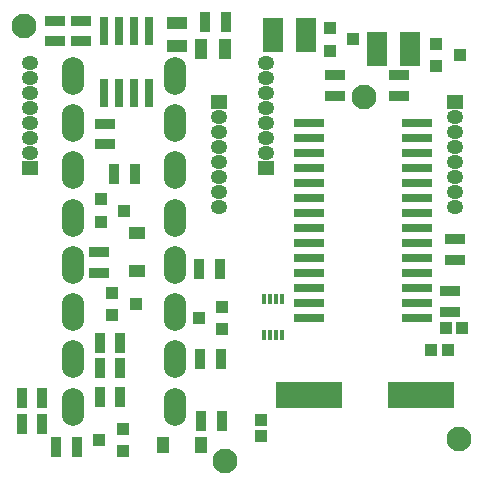
<source format=gbs>
%FSLAX24Y24*%
%MOIN*%
G70*
G01*
G75*
G04 Layer_Color=16711935*
%ADD10C,0.0098*%
%ADD11R,0.0299X0.0945*%
%ADD12R,0.0315X0.0354*%
%ADD13R,0.0354X0.0315*%
%ADD14R,0.0276X0.0394*%
%ADD15R,0.0236X0.0886*%
%ADD16R,0.0591X0.0295*%
%ADD17R,0.0295X0.0591*%
%ADD18R,0.0354X0.0315*%
%ADD19R,0.0492X0.0433*%
%ADD20R,0.0906X0.0906*%
%ADD21R,0.0197X0.0236*%
%ADD22R,0.0236X0.0197*%
%ADD23R,0.0394X0.0276*%
%ADD24R,0.0315X0.0630*%
%ADD25R,0.0846X0.0335*%
%ADD26C,0.0335*%
%ADD27R,0.0335X0.0846*%
%ADD28R,0.0886X0.0236*%
%ADD29C,0.0276*%
%ADD30C,0.0118*%
%ADD31C,0.0138*%
%ADD32C,0.0079*%
%ADD33C,0.0197*%
%ADD34O,0.0472X0.0394*%
%ADD35R,0.0472X0.0394*%
%ADD36O,0.0669X0.1181*%
%ADD37C,0.0380*%
%ADD38R,0.0630X0.0315*%
%ADD39R,0.0906X0.0236*%
%ADD40R,0.0630X0.1063*%
%ADD41R,0.0358X0.0480*%
%ADD42R,0.0480X0.0358*%
%ADD43R,0.0118X0.0295*%
%ADD44R,0.2165X0.0827*%
%ADD45C,0.0100*%
%ADD46C,0.0236*%
%ADD47C,0.0394*%
%ADD48C,0.0039*%
%ADD49C,0.0061*%
%ADD50R,0.0246X0.0433*%
%ADD51R,0.0433X0.0246*%
%ADD52R,0.0379X0.1025*%
%ADD53R,0.0395X0.0434*%
%ADD54R,0.0434X0.0395*%
%ADD55R,0.0356X0.0474*%
%ADD56R,0.0316X0.0966*%
%ADD57R,0.0671X0.0375*%
%ADD58R,0.0375X0.0671*%
%ADD59R,0.0434X0.0395*%
%ADD60R,0.0572X0.0513*%
%ADD61R,0.0986X0.0986*%
%ADD62R,0.0277X0.0316*%
%ADD63R,0.0316X0.0277*%
%ADD64R,0.0474X0.0356*%
%ADD65R,0.0395X0.0710*%
%ADD66R,0.0926X0.0415*%
%ADD67C,0.0415*%
%ADD68R,0.0415X0.0926*%
%ADD69R,0.0966X0.0316*%
%ADD70C,0.0827*%
%ADD71O,0.0552X0.0474*%
%ADD72R,0.0552X0.0474*%
%ADD73O,0.0749X0.1261*%
%ADD74R,0.0710X0.0395*%
%ADD75R,0.0986X0.0316*%
%ADD76R,0.0710X0.1143*%
%ADD77R,0.0438X0.0560*%
%ADD78R,0.0560X0.0438*%
%ADD79R,0.0150X0.0327*%
%ADD80R,0.2245X0.0907*%
D53*
X14173Y4252D02*
D03*
X14724D02*
D03*
X14646Y5000D02*
D03*
X15197D02*
D03*
D54*
X8504Y1378D02*
D03*
Y1929D02*
D03*
D56*
X3266Y12835D02*
D03*
Y14882D02*
D03*
X3766Y12835D02*
D03*
X4266D02*
D03*
X4766D02*
D03*
X3766Y14882D02*
D03*
X4266D02*
D03*
X4766D02*
D03*
D57*
X14803Y5522D02*
D03*
Y6211D02*
D03*
X14961Y7254D02*
D03*
Y7943D02*
D03*
X13110Y12726D02*
D03*
Y13415D02*
D03*
X10945Y12726D02*
D03*
Y13415D02*
D03*
X3307Y11112D02*
D03*
Y11801D02*
D03*
X3110Y6821D02*
D03*
Y7510D02*
D03*
X2480Y14537D02*
D03*
Y15226D02*
D03*
X1614Y14537D02*
D03*
Y15226D02*
D03*
D58*
X522Y1772D02*
D03*
X1211D02*
D03*
X522Y2638D02*
D03*
X1211D02*
D03*
X1663Y1024D02*
D03*
X2352D02*
D03*
X6427Y6969D02*
D03*
X7116D02*
D03*
X6506Y1890D02*
D03*
X7195D02*
D03*
X6467Y3937D02*
D03*
X7156D02*
D03*
X3120Y4488D02*
D03*
X3809D02*
D03*
X3120Y3661D02*
D03*
X3809D02*
D03*
X3593Y10118D02*
D03*
X4281D02*
D03*
X6624Y15197D02*
D03*
X7313D02*
D03*
X3120Y2677D02*
D03*
X3809D02*
D03*
D59*
X14331Y13720D02*
D03*
Y14468D02*
D03*
X15118Y14094D02*
D03*
X10787Y14232D02*
D03*
Y14980D02*
D03*
X11575Y14606D02*
D03*
X6417Y5315D02*
D03*
X7205Y4941D02*
D03*
Y5689D02*
D03*
X3110Y1260D02*
D03*
X3898Y886D02*
D03*
Y1634D02*
D03*
X3150Y8524D02*
D03*
Y9272D02*
D03*
X3937Y8898D02*
D03*
X3543Y5413D02*
D03*
Y6161D02*
D03*
X4331Y5787D02*
D03*
D65*
X6498Y14291D02*
D03*
X7285D02*
D03*
D70*
X7283Y551D02*
D03*
X591Y15039D02*
D03*
X15079Y1299D02*
D03*
X11929Y12677D02*
D03*
D71*
X7087Y9024D02*
D03*
X7087Y12024D02*
D03*
Y11524D02*
D03*
Y11024D02*
D03*
Y10524D02*
D03*
Y10024D02*
D03*
Y9524D02*
D03*
X787Y13810D02*
D03*
X787Y10811D02*
D03*
Y11311D02*
D03*
Y11811D02*
D03*
Y12311D02*
D03*
Y12811D02*
D03*
Y13311D02*
D03*
X14961Y9023D02*
D03*
Y9523D02*
D03*
X14961Y12024D02*
D03*
Y11524D02*
D03*
Y11024D02*
D03*
Y10524D02*
D03*
Y10024D02*
D03*
X8661Y13812D02*
D03*
Y13312D02*
D03*
X8661Y10811D02*
D03*
Y11311D02*
D03*
Y11811D02*
D03*
Y12311D02*
D03*
Y12811D02*
D03*
D72*
X7087Y12524D02*
D03*
X787Y10311D02*
D03*
X14961Y12524D02*
D03*
X8661Y10311D02*
D03*
D73*
X5630Y2362D02*
D03*
Y3937D02*
D03*
Y5512D02*
D03*
Y7087D02*
D03*
Y8661D02*
D03*
Y10236D02*
D03*
Y11811D02*
D03*
Y13386D02*
D03*
X2244Y2362D02*
D03*
Y3937D02*
D03*
Y7087D02*
D03*
Y5512D02*
D03*
Y8661D02*
D03*
Y10236D02*
D03*
Y11811D02*
D03*
Y13386D02*
D03*
D74*
X5709Y14370D02*
D03*
Y15157D02*
D03*
D75*
X10089Y6333D02*
D03*
Y6833D02*
D03*
Y5333D02*
D03*
Y5833D02*
D03*
Y8333D02*
D03*
Y7333D02*
D03*
Y7833D02*
D03*
Y9833D02*
D03*
Y8833D02*
D03*
Y9333D02*
D03*
Y11333D02*
D03*
Y10333D02*
D03*
Y10833D02*
D03*
Y11833D02*
D03*
X13691Y7833D02*
D03*
Y6333D02*
D03*
Y5333D02*
D03*
Y5833D02*
D03*
Y6833D02*
D03*
Y7333D02*
D03*
Y8333D02*
D03*
Y8833D02*
D03*
Y9333D02*
D03*
Y9833D02*
D03*
Y10333D02*
D03*
Y11833D02*
D03*
Y10833D02*
D03*
Y11333D02*
D03*
D76*
X12362Y14291D02*
D03*
X13465D02*
D03*
X8898Y14764D02*
D03*
X10000D02*
D03*
D77*
X5222Y1102D02*
D03*
X6510D02*
D03*
D78*
X4370Y6876D02*
D03*
Y8163D02*
D03*
D79*
X8602Y5965D02*
D03*
X8996Y4744D02*
D03*
X8602D02*
D03*
X8799D02*
D03*
X9193D02*
D03*
X8799Y5965D02*
D03*
X8996D02*
D03*
X9193D02*
D03*
D80*
X10098Y2756D02*
D03*
X13839D02*
D03*
M02*

</source>
